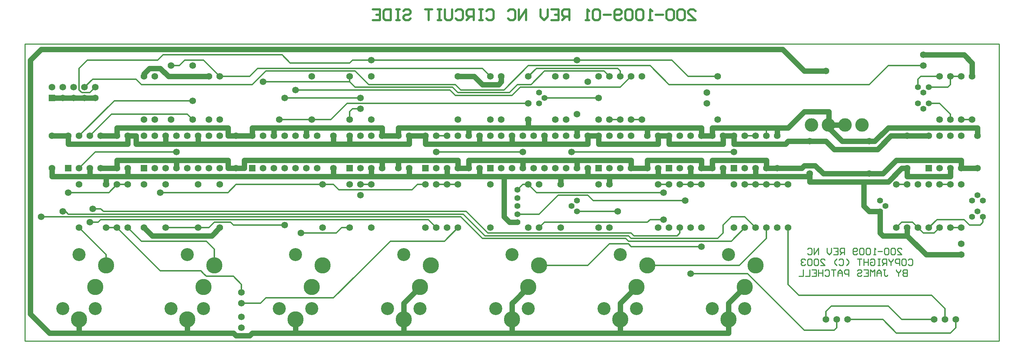
<source format=gbl>
*%FSLAX23Y23*%
*%MOIN*%
G01*
%ADD11C,0.007*%
%ADD12C,0.008*%
%ADD13C,0.010*%
%ADD14C,0.012*%
%ADD15C,0.020*%
%ADD16C,0.032*%
%ADD17C,0.036*%
%ADD18C,0.050*%
%ADD19C,0.052*%
%ADD20C,0.055*%
%ADD21C,0.056*%
%ADD22C,0.060*%
%ADD23C,0.061*%
%ADD24C,0.062*%
%ADD25C,0.066*%
%ADD26C,0.068*%
%ADD27C,0.070*%
%ADD28C,0.080*%
%ADD29C,0.090*%
%ADD30C,0.095*%
%ADD31C,0.115*%
%ADD32C,0.120*%
%ADD33C,0.125*%
%ADD34C,0.126*%
%ADD35C,0.131*%
%ADD36C,0.150*%
%ADD37C,0.156*%
%ADD38R,0.062X0.062*%
%ADD39R,0.068X0.068*%
D13*
X13835Y7280D02*
X13875D01*
X13835Y7320D01*
Y7330D01*
X13845Y7340D01*
X13865D01*
X13875Y7330D01*
X13815D02*
X13805Y7340D01*
X13785D01*
X13775Y7330D01*
Y7290D01*
X13785Y7280D01*
X13805D01*
X13815Y7290D01*
Y7330D01*
X13755D02*
X13745Y7340D01*
X13725D01*
X13715Y7330D01*
Y7290D01*
X13725Y7280D01*
X13745D01*
X13755Y7290D01*
Y7330D01*
X13695Y7310D02*
X13655D01*
X13635Y7280D02*
X13615D01*
X13625D01*
Y7340D01*
X13626D01*
X13625D02*
X13635Y7330D01*
X13585D02*
X13575Y7340D01*
X13555D01*
X13545Y7330D01*
Y7290D01*
X13555Y7280D01*
X13575D01*
X13585Y7290D01*
Y7330D01*
X13525D02*
X13515Y7340D01*
X13495D01*
X13485Y7330D01*
Y7290D01*
X13495Y7280D01*
X13515D01*
X13525Y7290D01*
Y7330D01*
X13465Y7290D02*
X13455Y7280D01*
X13435D01*
X13425Y7290D01*
Y7330D01*
X13435Y7340D01*
X13455D01*
X13465Y7330D01*
Y7320D01*
X13455Y7310D01*
X13425D01*
X13345Y7280D02*
Y7340D01*
X13315D01*
X13305Y7330D01*
Y7310D01*
X13315Y7300D01*
X13345D01*
X13325D02*
X13305Y7280D01*
X13285Y7340D02*
X13245D01*
X13285D02*
Y7280D01*
X13245D01*
X13265Y7310D02*
X13285D01*
X13225Y7300D02*
Y7340D01*
Y7300D02*
X13205Y7280D01*
X13185Y7300D01*
Y7340D01*
X13105D02*
Y7280D01*
X13065D02*
X13105Y7340D01*
X13065D02*
Y7280D01*
X13005Y7330D02*
X13015Y7340D01*
X13035D01*
X13045Y7330D01*
Y7290D01*
X13035Y7280D01*
X13015D01*
X13005Y7290D01*
X13925Y7140D02*
Y7080D01*
X13895D01*
X13885Y7090D01*
Y7100D01*
X13895Y7110D01*
X13925D01*
X13926D01*
X13925D02*
X13926D01*
X13925D02*
X13926D01*
X13925D02*
X13895D01*
X13885Y7120D01*
Y7130D01*
X13895Y7140D01*
X13925D01*
X13865D02*
Y7130D01*
X13845Y7110D01*
X13825Y7130D01*
Y7140D01*
X13845Y7110D02*
Y7080D01*
X13725Y7140D02*
X13705D01*
X13715D02*
X13725D01*
X13715D02*
Y7090D01*
X13725Y7080D01*
X13735D01*
X13745Y7090D01*
X13685Y7080D02*
Y7120D01*
X13665Y7140D01*
X13645Y7120D01*
Y7080D01*
Y7110D01*
X13685D01*
X13625Y7080D02*
Y7140D01*
X13605Y7120D01*
X13585Y7140D01*
Y7080D01*
X13565Y7140D02*
X13525D01*
X13565D02*
Y7080D01*
X13525D01*
X13545Y7110D02*
X13565D01*
X13475Y7140D02*
X13465Y7130D01*
X13475Y7140D02*
X13495D01*
X13505Y7130D01*
Y7120D01*
X13495Y7110D01*
X13475D01*
X13465Y7100D01*
Y7090D01*
X13475Y7080D01*
X13495D01*
X13505Y7090D01*
X13385Y7080D02*
Y7140D01*
X13355D01*
X13345Y7130D01*
Y7110D01*
X13355Y7100D01*
X13385D01*
X13325Y7080D02*
Y7120D01*
X13305Y7140D01*
X13285Y7120D01*
Y7080D01*
Y7110D01*
X13325D01*
X13265Y7140D02*
X13225D01*
X13245D01*
Y7080D01*
X13175Y7140D02*
X13165Y7130D01*
X13175Y7140D02*
X13195D01*
X13205Y7130D01*
Y7090D01*
X13195Y7080D01*
X13175D01*
X13165Y7090D01*
X13145Y7080D02*
Y7140D01*
Y7110D02*
Y7080D01*
Y7110D02*
X13105D01*
Y7140D01*
Y7080D01*
X13085Y7140D02*
X13045D01*
X13085D02*
Y7080D01*
X13045D01*
X13065Y7110D02*
X13085D01*
X13025Y7140D02*
Y7080D01*
X12985D01*
X12965D02*
Y7140D01*
Y7080D02*
X12925D01*
X13935Y7230D02*
X13945Y7240D01*
X13965D01*
X13975Y7230D01*
Y7190D01*
X13965Y7180D01*
X13945D01*
X13935Y7190D01*
X13905Y7240D02*
X13885D01*
X13905D02*
X13915Y7230D01*
Y7190D01*
X13905Y7180D01*
X13885D01*
X13875Y7190D01*
Y7230D01*
X13885Y7240D01*
X13855D02*
Y7180D01*
Y7240D02*
X13825D01*
X13815Y7230D01*
Y7210D01*
X13825Y7200D01*
X13855D01*
X13795Y7230D02*
Y7240D01*
Y7230D02*
X13775Y7210D01*
X13755Y7230D01*
Y7240D01*
X13775Y7210D02*
Y7180D01*
X13735D02*
Y7240D01*
X13705D01*
X13695Y7230D01*
Y7210D01*
X13705Y7200D01*
X13735D01*
X13715D02*
X13695Y7180D01*
X13675Y7240D02*
X13655D01*
X13665D01*
Y7180D01*
X13675D01*
X13655D01*
X13595Y7240D02*
X13585Y7230D01*
X13595Y7240D02*
X13615D01*
X13625Y7230D01*
Y7190D01*
X13615Y7180D01*
X13595D01*
X13585Y7190D01*
Y7210D01*
X13605D01*
X13565Y7240D02*
Y7180D01*
Y7210D01*
X13525D01*
Y7240D01*
Y7180D01*
X13505Y7240D02*
X13465D01*
X13485D01*
Y7180D01*
X13385Y7200D02*
X13365Y7180D01*
X13385Y7200D02*
Y7220D01*
X13365Y7240D01*
X13305D02*
X13295Y7230D01*
X13305Y7240D02*
X13325D01*
X13335Y7230D01*
Y7190D01*
X13325Y7180D01*
X13305D01*
X13295Y7190D01*
X13275Y7180D02*
X13255Y7200D01*
Y7220D01*
X13275Y7240D01*
X13165Y7180D02*
X13125D01*
X13165D02*
X13125Y7220D01*
Y7230D01*
X13135Y7240D01*
X13155D01*
X13165Y7230D01*
X13105D02*
X13095Y7240D01*
X13075D01*
X13065Y7230D01*
Y7190D01*
X13075Y7180D01*
X13095D01*
X13105Y7190D01*
Y7230D01*
X13045D02*
X13035Y7240D01*
X13015D01*
X13005Y7230D01*
Y7190D01*
X13015Y7180D01*
X13035D01*
X13045Y7190D01*
Y7230D01*
X12985D02*
X12975Y7240D01*
X12955D01*
X12945Y7230D01*
Y7220D01*
X12946D01*
X12945D02*
X12946D01*
X12945D02*
X12946D01*
X12945D02*
X12955Y7210D01*
X12965D01*
X12955D01*
X12945Y7200D01*
Y7190D01*
X12955Y7180D01*
X12975D01*
X12985Y7190D01*
X14775Y9230D02*
X5775D01*
Y6480D02*
X14775D01*
X5775D02*
Y9230D01*
X14775D02*
Y6480D01*
D14*
X9775Y7530D02*
X9650Y7405D01*
X8850Y7105D02*
X8625Y6880D01*
X8850Y7105D02*
X9150Y7405D01*
X6600Y8705D02*
X6275Y8380D01*
X14150Y6905D02*
X14275Y6780D01*
X12975Y6580D02*
X12450Y7105D01*
X10700Y7830D02*
X10525Y7655D01*
X8950Y8855D02*
X8825Y8980D01*
X8000D02*
X7875Y8855D01*
X10450D02*
X10575Y8980D01*
X10425Y9030D02*
X10200Y8805D01*
X11550Y9030D02*
X11725Y8855D01*
X13575D02*
X13750Y9030D01*
Y6805D02*
X13875Y6680D01*
X13825Y6555D02*
X13700Y6680D01*
X10050Y7480D02*
X9850Y7680D01*
X12300Y7405D02*
X12425Y7530D01*
X10025Y7455D02*
X9825Y7655D01*
X9800Y7630D02*
X10000Y7430D01*
X12375Y7180D02*
X12625Y7430D01*
X11175Y7380D02*
X10975Y7180D01*
X8725Y8655D02*
X8600Y8530D01*
X6575Y8580D02*
X6375Y8380D01*
X6425Y8230D02*
X6275Y8080D01*
X11750Y9080D02*
X11900Y8930D01*
X7025Y7130D02*
X6625Y7530D01*
X6725D02*
X6850Y7405D01*
X6525Y7280D02*
X6275Y7530D01*
X12975Y6580D02*
X13250D01*
X13825Y6555D02*
X14325D01*
X7950Y6830D02*
X7775D01*
X13875Y6680D02*
X14175D01*
X13750Y6805D02*
X13225D01*
X13375Y6680D02*
X13700D01*
X8625Y6880D02*
X8000D01*
X12925Y6905D02*
X14150D01*
X6275Y8805D02*
Y9005D01*
X6350Y9080D01*
X6275Y8805D02*
X6300Y8780D01*
X6325Y8830D02*
X6400Y8905D01*
X6150Y7680D02*
X6175Y7655D01*
X11925Y7105D02*
X12450D01*
X12375Y7180D02*
X11525D01*
X10975D02*
X10525D01*
X7700Y7080D02*
X7450D01*
X7400Y7130D02*
X7025D01*
X6525Y7180D02*
Y7280D01*
X6375Y8780D02*
X6425Y8830D01*
X6475Y7705D02*
X6500Y7680D01*
X6475Y7605D02*
X6450Y7580D01*
X9150Y7405D02*
X9650D01*
X11375Y7430D02*
X12175D01*
X12300Y7405D02*
X11350D01*
X11375Y7355D02*
X12025D01*
X11325Y7430D02*
X10000D01*
X11175Y7380D02*
X11350D01*
X7450Y7405D02*
X6850D01*
X6550Y7855D02*
X6625Y7930D01*
X8700Y7530D02*
X8775D01*
X8650Y7480D02*
X8325D01*
X7475Y7530D02*
X7375D01*
X7075D01*
X7525Y7580D02*
X7675D01*
X7700Y7555D02*
X8175D01*
X11550Y7605D02*
X11675D01*
X11525Y7580D02*
X10575D01*
X14500Y7555D02*
X14600D01*
X14450Y7605D02*
X14200D01*
X14175Y7480D02*
X14075D01*
X13975Y7580D02*
X13875D01*
X14325Y7530D02*
X14425D01*
X11375Y7480D02*
X10050D01*
X11400Y7455D02*
X11800D01*
X12300Y7630D02*
X12425D01*
X11350Y7455D02*
X10025D01*
X9500Y7605D02*
X6475D01*
X6450Y7580D02*
X6375D01*
X6075Y7630D02*
X5925D01*
X6075D02*
X9800D01*
X6625Y7530D02*
X6525D01*
X6850Y8855D02*
X6800Y8905D01*
X10875Y7680D02*
X11250D01*
X10525Y7655D02*
X10325D01*
X11025Y7780D02*
X11875D01*
X6475Y7705D02*
X6400D01*
X6500Y7680D02*
X9850D01*
X6150D02*
X6125D01*
X6175Y7655D02*
X9825D01*
X7050Y9130D02*
X7000Y9080D01*
X9675Y7930D02*
X9775D01*
X9675D02*
X9575D01*
X6725D02*
X6625D01*
X6550Y7855D02*
X6175D01*
X7725Y7930D02*
X8525D01*
X8625D01*
X7650Y7855D02*
X7025D01*
X10375Y7930D02*
X10425D01*
X10500Y7855D02*
X11675D01*
X10975Y7830D02*
X10700D01*
X13825Y7930D02*
X13925D01*
X14225D02*
X14325D01*
X11725D02*
X11625D01*
X11925D02*
X12025D01*
X11925D02*
X11825D01*
X12525D02*
X12625D01*
X12525D02*
X12425D01*
X12625D02*
X12725D01*
X12825D01*
X8975D02*
X8875D01*
X8800Y7880D02*
X8675D01*
X9400Y7930D02*
X9475D01*
X9350Y7880D02*
X8800D01*
X7325Y8530D02*
X7275Y8580D01*
X7200Y9030D02*
X7250Y9080D01*
X7525Y7580D02*
X7475Y7530D01*
X7525Y8980D02*
X7425Y9080D01*
Y7105D02*
X7450Y7080D01*
X7425Y7105D02*
X7400Y7130D01*
X7525Y7330D02*
X7450Y7405D01*
X12425Y8380D02*
X12430D01*
X12525D01*
X10375Y8230D02*
X9575D01*
X10825D02*
X12325D01*
X9675Y8380D02*
X9575D01*
X7175Y8230D02*
X6425D01*
X7525Y7330D02*
Y7180D01*
X7650Y7855D02*
X7725Y7930D01*
X7675Y7580D02*
X7700Y7555D01*
X7575Y8930D02*
X7525Y8980D01*
X7700Y7080D02*
X7775Y7005D01*
X11375Y8530D02*
X11475D01*
X14425D02*
X14525D01*
X8425D02*
X8125D01*
X8425D02*
X8600D01*
X11175D02*
X11275D01*
X7275Y8580D02*
X6575D01*
X7775Y7005D02*
Y6930D01*
X7850Y8930D02*
X7925Y9005D01*
X7325Y8705D02*
X6600D01*
X6375Y8780D02*
X6300D01*
X10575Y8730D02*
X11075D01*
X10250Y8780D02*
X9775D01*
X9800Y8805D02*
X10200D01*
X10275Y8755D02*
X9750D01*
X9700Y8805D02*
X8275D01*
X14125Y8680D02*
X14225D01*
X8875Y8730D02*
X8175D01*
X8750Y8680D02*
X10425D01*
X8875Y8630D02*
X8800D01*
X8000Y6880D02*
X7950Y6830D01*
X8825Y8830D02*
X9725D01*
X8775Y8880D02*
X7975D01*
X8950Y8855D02*
X9750D01*
X8825Y8980D02*
X8000D01*
X7875Y8855D02*
X6850D01*
X10325D02*
X10450D01*
X10575Y8980D02*
X11125D01*
X11725Y8855D02*
X13575D01*
X6800Y8905D02*
X6400D01*
X14050Y8930D02*
X14225D01*
X14325D02*
X14425D01*
X14300Y8830D02*
X14125D01*
X11275D02*
X10350D01*
X7850Y8930D02*
X7575D01*
X11900D02*
X12175D01*
X8225Y9055D02*
X8150Y9130D01*
X8800Y9080D02*
X8975D01*
X8775Y9055D02*
X8225D01*
X8150Y9130D02*
X7050D01*
X7000Y9080D02*
X6350D01*
X10500Y9005D02*
X11250D01*
X11550Y9030D02*
X10425D01*
X10875Y9080D02*
X8975D01*
X10875D02*
X11750D01*
X13750Y9030D02*
X14075D01*
X7200D02*
X7125D01*
X7250Y9080D02*
X7425D01*
X7925Y9005D02*
X10000D01*
X8700Y7530D02*
X8650Y7480D01*
X8675Y7880D02*
X8625Y7930D01*
X8775Y8880D02*
Y8930D01*
Y8605D02*
Y8530D01*
Y9055D02*
X8800Y9080D01*
X8775Y8880D02*
X8825Y8830D01*
X8750Y8680D02*
X8725Y8655D01*
X8775Y8605D02*
X8800Y8630D01*
X9400Y7930D02*
X9350Y7880D01*
X9500Y7605D02*
X9575Y7530D01*
X9775Y8780D02*
X9725Y8830D01*
X9750Y8855D02*
X9800Y8805D01*
X9750Y8755D02*
X9700Y8805D01*
X10000Y9005D02*
X10075Y8930D01*
X10250Y8780D02*
X10325Y8855D01*
X10425Y7930D02*
X10500Y7855D01*
X10375Y7930D02*
X10325Y7880D01*
X10425Y8930D02*
X10500Y9005D01*
X10350Y8830D02*
X10275Y8755D01*
X10575Y7580D02*
X10525Y7530D01*
X10975Y7830D02*
X11025Y7780D01*
X11175Y8930D02*
X11125Y8980D01*
X11275D02*
Y8930D01*
Y8980D02*
X11250Y9005D01*
X11375Y7480D02*
X11400Y7455D01*
X11375Y7430D02*
X11350Y7455D01*
X11325Y7430D02*
X11350Y7405D01*
Y7380D02*
X11375Y7355D01*
X11275Y8830D02*
X11375Y8930D01*
X11550Y7605D02*
X11525Y7580D01*
X11800Y7455D02*
X11825Y7480D01*
Y7530D01*
X12175Y7430D02*
X12225Y7480D01*
Y7555D01*
X12300Y7630D01*
X12425D02*
X12525Y7530D01*
X12625Y8380D02*
Y8455D01*
Y7530D02*
Y7430D01*
X12825Y7530D02*
Y7005D01*
X12925Y6905D01*
X13175Y6755D02*
Y6680D01*
Y6755D02*
X13225Y6805D01*
X13275Y6680D02*
Y6605D01*
X13250Y6580D01*
X13825Y7530D02*
X13875Y7580D01*
X14025Y8830D02*
Y8905D01*
X14050Y8930D01*
X14200Y7605D02*
X14125Y7530D01*
X14075Y7480D02*
X14025Y7530D01*
X13975Y7580D01*
X14275Y6780D02*
Y6680D01*
X14325Y8530D02*
Y8580D01*
Y8855D02*
Y8930D01*
X14225Y8680D02*
X14325Y8580D01*
X14225Y7530D02*
X14175Y7480D01*
X14375Y6605D02*
X14325Y6555D01*
X14300Y8830D02*
X14325Y8855D01*
X14375Y6680D02*
Y6605D01*
X14500Y7555D02*
X14450Y7605D01*
X14625Y7580D02*
Y7630D01*
Y7580D02*
X14600Y7555D01*
D15*
X11970Y9450D02*
X11903D01*
X11970D02*
X11903Y9517D01*
Y9533D01*
X11920Y9550D01*
X11953D01*
X11970Y9533D01*
X11870D02*
X11853Y9550D01*
X11820D01*
X11803Y9533D01*
Y9467D01*
X11820Y9450D01*
X11853D01*
X11870Y9467D01*
Y9533D01*
X11770D02*
X11753Y9550D01*
X11720D01*
X11703Y9533D01*
Y9467D01*
X11720Y9450D01*
X11753D01*
X11770Y9467D01*
Y9533D01*
X11670Y9500D02*
X11603D01*
X11570Y9450D02*
X11537D01*
X11553D01*
Y9550D01*
X11554D01*
X11553D02*
X11570Y9533D01*
X11487D02*
X11470Y9550D01*
X11437D01*
X11420Y9533D01*
Y9467D01*
X11437Y9450D01*
X11470D01*
X11487Y9467D01*
Y9533D01*
X11387D02*
X11370Y9550D01*
X11337D01*
X11320Y9533D01*
Y9467D01*
X11337Y9450D01*
X11370D01*
X11387Y9467D01*
Y9533D01*
X11287Y9467D02*
X11270Y9450D01*
X11237D01*
X11220Y9467D01*
Y9533D01*
X11237Y9550D01*
X11270D01*
X11287Y9533D01*
Y9517D01*
X11270Y9500D01*
X11220D01*
X11187D02*
X11120D01*
X11087Y9533D02*
X11070Y9550D01*
X11037D01*
X11020Y9533D01*
Y9467D01*
X11037Y9450D01*
X11070D01*
X11087Y9467D01*
Y9533D01*
X10987Y9450D02*
X10954D01*
X10970D01*
Y9550D01*
X10971D01*
X10970D02*
X10987Y9533D01*
X10804Y9550D02*
Y9450D01*
Y9550D02*
X10754D01*
X10737Y9533D01*
Y9500D01*
X10754Y9483D01*
X10804D01*
X10770D02*
X10737Y9450D01*
X10704Y9550D02*
X10637D01*
X10704D02*
Y9450D01*
X10637D01*
X10670Y9500D02*
X10704D01*
X10604Y9483D02*
Y9550D01*
Y9483D02*
X10570Y9450D01*
X10537Y9483D01*
Y9550D01*
X10404D02*
Y9450D01*
X10337D02*
X10404Y9550D01*
X10337D02*
Y9450D01*
X10237Y9533D02*
X10254Y9550D01*
X10287D01*
X10304Y9533D01*
Y9467D01*
X10287Y9450D01*
X10254D01*
X10237Y9467D01*
X10054Y9550D02*
X10037Y9533D01*
X10054Y9550D02*
X10087D01*
X10104Y9533D01*
Y9467D01*
X10087Y9450D01*
X10054D01*
X10037Y9467D01*
X10004Y9550D02*
X9971D01*
X9987D01*
Y9450D01*
X10004D01*
X9971D01*
X9921D02*
Y9550D01*
X9871D01*
X9854Y9533D01*
Y9500D01*
X9871Y9483D01*
X9921D01*
X9887D02*
X9854Y9450D01*
X9754Y9533D02*
X9771Y9550D01*
X9804D01*
X9821Y9533D01*
Y9467D01*
X9804Y9450D01*
X9771D01*
X9754Y9467D01*
X9721D02*
Y9550D01*
Y9467D02*
X9704Y9450D01*
X9671D01*
X9654Y9467D01*
Y9550D01*
X9621D02*
X9587D01*
X9604D01*
Y9450D01*
X9621D01*
X9587D01*
X9537Y9550D02*
X9471D01*
X9504D01*
Y9450D01*
X9288Y9550D02*
X9271Y9533D01*
X9288Y9550D02*
X9321D01*
X9338Y9533D01*
Y9517D01*
X9321Y9500D01*
X9288D01*
X9271Y9483D01*
Y9467D01*
X9288Y9450D01*
X9321D01*
X9338Y9467D01*
X9238Y9550D02*
X9204D01*
X9221D01*
Y9450D01*
X9238D01*
X9204D01*
X9154D02*
Y9550D01*
Y9450D02*
X9104D01*
X9088Y9467D01*
Y9533D01*
X9104Y9550D01*
X9154D01*
X9054D02*
X8988D01*
X9054D02*
Y9450D01*
X8988D01*
X9021Y9500D02*
X9054D01*
D18*
X13525Y7730D02*
X13575Y7680D01*
X12975Y8980D02*
X12775Y9180D01*
X5925D02*
X5825Y9080D01*
Y6730D02*
X6000Y6555D01*
X10200Y7630D02*
X10250Y7580D01*
X7100Y8930D02*
X7025Y9005D01*
X13925Y7455D02*
X14100Y7280D01*
X13700Y7455D02*
X13675Y7480D01*
X14525Y9055D02*
X14450Y9130D01*
X6925Y9005D02*
X6875Y8955D01*
X10150Y8855D02*
X10175Y8880D01*
X10000Y8855D02*
X9925Y8930D01*
X6950Y7455D02*
X6875Y7530D01*
X7500Y7455D02*
X7575Y7530D01*
X11275Y6830D02*
X11425Y6980D01*
X12275Y6830D02*
X12425Y6980D01*
X10425D02*
X10300Y6855D01*
X10275Y6830D01*
X9425Y6980D02*
X9275Y6830D01*
X7725Y6530D02*
X7700Y6555D01*
X7850Y6530D02*
X7875Y6555D01*
X13750Y7955D02*
X13875Y8080D01*
X13625Y8330D02*
X13750Y8455D01*
X13200D02*
X13197Y8480D01*
X13200Y8455D02*
X13325Y8330D01*
X12975Y8605D02*
X12825Y8455D01*
X13175Y8330D02*
X13250Y8255D01*
X13650D02*
X13775Y8380D01*
X13825Y8155D02*
X13700Y8030D01*
X13150D02*
X13075Y8105D01*
X12975D02*
X12950Y8080D01*
X12800Y8305D02*
X12825Y8330D01*
X6275Y6555D02*
X6000D01*
X12250D02*
X12275D01*
X12250D02*
X11275D01*
X10275D01*
X9275D01*
X8275D01*
X7700D02*
X7275D01*
X7725Y6530D02*
X7850D01*
X7875Y6555D02*
X8275D01*
X7275D02*
X6275D01*
X5825Y6730D02*
Y9080D01*
X6025Y8080D02*
Y8005D01*
X6275Y6680D02*
Y6555D01*
X6175Y8305D02*
Y8380D01*
X6525Y8005D02*
Y7930D01*
X6375Y8005D02*
Y8080D01*
X14100Y7280D02*
X14425D01*
X6725Y8005D02*
Y8080D01*
X6625Y8380D02*
Y8455D01*
Y8155D02*
Y8080D01*
X6725Y8305D02*
Y8380D01*
X10250Y7580D02*
X10325D01*
X13700Y7455D02*
X13925D01*
X7500D02*
X6950D01*
X6875Y8930D02*
Y8955D01*
X6800Y8380D02*
Y8305D01*
X13575Y7680D02*
X13675D01*
X7075Y8305D02*
Y8380D01*
X11175Y8005D02*
X11625D01*
X11175D02*
X10975D01*
X10725D01*
X9975D01*
X9675D01*
X9325D01*
X8975D01*
X8625D01*
X6725D01*
X6525D01*
X6375D01*
X6025D01*
X11625D02*
X11925D01*
X12225D01*
X12525D01*
X13025D01*
Y7955D02*
X13750D01*
X13925Y8005D02*
X14325D01*
X7275Y6680D02*
Y6555D01*
X7175Y8080D02*
Y8155D01*
X13875Y8080D02*
X13925D01*
X14425D02*
X14575D01*
X13700Y8030D02*
X13575D01*
X13150D01*
X13825Y8155D02*
X14425D01*
X12950Y8080D02*
X12725D01*
X12625D01*
X12975Y8105D02*
X13075D01*
X12125Y8080D02*
X12025D01*
X12125Y8155D02*
X12625D01*
X11525Y8080D02*
X11375D01*
X11525Y8155D02*
X12025D01*
X11375D02*
X10875D01*
X10375D01*
X9875Y8080D02*
X9775D01*
X9875Y8155D02*
X10375D01*
X9775D02*
X9225D01*
X7800Y8080D02*
X7725D01*
X7650D01*
X9150Y8155D02*
X9225D01*
X9150D02*
X7800D01*
X7650D02*
X7175D01*
X6625Y8080D02*
X6475D01*
X6625Y8155D02*
X7175D01*
X7375Y8305D02*
Y8380D01*
X12025D02*
X12125D01*
X13575Y8330D02*
X13625D01*
X13575D02*
X13325D01*
X9225Y8380D02*
X9075D01*
X7875D02*
X7725D01*
X7650D01*
X6625D02*
X6475D01*
X13775D02*
X13925D01*
X14125D01*
X13175Y8330D02*
X13025D01*
X12825D01*
X13250Y8255D02*
X13650D01*
X6175Y8380D02*
X6125D01*
X6025D01*
X6725D02*
X6800D01*
X6725Y8305D02*
X6175D01*
X6800D02*
X7075D01*
X7375D01*
X8625D01*
X9325Y8380D02*
X9475D01*
X9325Y8305D02*
X8625D01*
X9475D02*
X9975D01*
X10275D01*
X10575D01*
X10975Y8380D02*
X11075D01*
X10975Y8305D02*
X10575D01*
X11625Y8380D02*
X11725D01*
X11625Y8305D02*
X11075D01*
X12225Y8380D02*
X12325D01*
X12225Y8305D02*
X11725D01*
X12325D02*
X12800D01*
X7650Y8380D02*
Y8455D01*
Y8155D02*
Y8080D01*
X13750Y8455D02*
X14575D01*
X13200Y8480D02*
X13197D01*
X13350D01*
X13353D01*
X13200Y8605D02*
X12975D01*
X12825Y8455D02*
X12725D01*
X12125D01*
X12025D02*
X11525D01*
X10875D01*
X10425D01*
X9875D01*
X9225D01*
X9075D02*
X8375D01*
X8075D01*
X7875D01*
X7650D02*
X6625D01*
X7875D02*
Y8380D01*
X7800Y8155D02*
Y8080D01*
X6225Y8730D02*
X6125D01*
X6025D01*
X6225D02*
X6325D01*
X6425D01*
X8075Y8455D02*
Y8380D01*
X12975Y8980D02*
X13175D01*
X7475Y8930D02*
X7100D01*
X9775D02*
X9925D01*
X10000Y8855D02*
X10150D01*
X8275Y6680D02*
Y6555D01*
X5925Y9180D02*
X12775D01*
X14075Y9130D02*
X14450D01*
X7025Y9005D02*
X6925D01*
X8375Y8455D02*
Y8380D01*
X8625Y8080D02*
Y8005D01*
Y8305D02*
Y8380D01*
X8775D02*
Y8305D01*
X9075Y8155D02*
Y8080D01*
X8975D02*
Y8005D01*
X9075Y8380D02*
Y8455D01*
X9275Y6830D02*
Y6680D01*
Y6555D01*
X9225Y8380D02*
Y8455D01*
Y8155D02*
Y8080D01*
X9325D02*
Y8005D01*
Y8305D02*
Y8380D01*
X9475D02*
Y8305D01*
X9675Y8080D02*
Y8005D01*
X9775Y8080D02*
Y8155D01*
X9975Y8080D02*
Y8005D01*
X9875Y8380D02*
Y8455D01*
Y8155D02*
Y8080D01*
X9975Y8305D02*
Y8380D01*
X10200Y8005D02*
Y7630D01*
X10175Y8880D02*
Y8930D01*
X10275Y6830D02*
Y6680D01*
Y6555D01*
X10425Y8455D02*
Y8530D01*
X10375Y8155D02*
Y8080D01*
X10275Y8305D02*
Y8380D01*
X10575D02*
Y8305D01*
X10725Y8005D02*
Y7930D01*
X10975Y8005D02*
Y8080D01*
X10875Y8380D02*
Y8455D01*
Y8155D02*
Y8080D01*
X10975Y8305D02*
Y8380D01*
X11175Y8005D02*
Y7930D01*
X11075Y8305D02*
Y8380D01*
X11275Y6830D02*
Y6680D01*
Y6555D01*
X11375Y8080D02*
Y8155D01*
X11525Y8380D02*
Y8455D01*
Y8155D02*
Y8080D01*
X11625D02*
Y8005D01*
Y8305D02*
Y8380D01*
X11725D02*
Y8305D01*
X11925Y8080D02*
Y8005D01*
X12025Y8380D02*
Y8455D01*
X12125D02*
Y8380D01*
Y8155D02*
Y8080D01*
X12025D02*
Y8155D01*
X12275Y6830D02*
Y6680D01*
Y6555D01*
X12225Y8005D02*
Y8080D01*
Y8305D02*
Y8380D01*
X12325D02*
Y8305D01*
X12525Y8080D02*
Y8005D01*
X12725Y8380D02*
Y8455D01*
X12625Y8155D02*
Y8080D01*
X13025Y8030D02*
Y8005D01*
Y8030D02*
Y7955D01*
X13200Y8480D02*
Y8605D01*
X13525Y7955D02*
Y7730D01*
X13675Y7680D02*
Y7480D01*
X13925Y7455D02*
Y7530D01*
Y8005D02*
Y8080D01*
X14325D02*
Y8005D01*
X14525Y8930D02*
Y9055D01*
X14425Y8155D02*
Y8080D01*
X14575Y8380D02*
Y8455D01*
D20*
X14625Y7630D02*
D03*
X14525D02*
D03*
X14575Y7680D02*
D03*
X14625Y7780D02*
D03*
X14525D02*
D03*
X14575Y7830D02*
D03*
X14025Y8830D02*
D03*
X14125D02*
D03*
X14075Y8780D02*
D03*
X14025Y8680D02*
D03*
X14125D02*
D03*
X14075Y8630D02*
D03*
X13675Y7780D02*
D03*
X13725Y7730D02*
D03*
X13675Y7680D02*
D03*
X10525Y8680D02*
D03*
Y8780D02*
D03*
X10575Y8730D02*
D03*
X10325Y7880D02*
D03*
Y7730D02*
D03*
Y7655D02*
D03*
Y7580D02*
D03*
Y7805D02*
D03*
X10875Y7780D02*
D03*
Y7680D02*
D03*
X10825Y7730D02*
D03*
D24*
X13175Y8980D02*
D03*
X12325Y8230D02*
D03*
X12025Y7355D02*
D03*
X11925Y7105D02*
D03*
X11875Y7780D02*
D03*
X11675Y7605D02*
D03*
Y7855D02*
D03*
X11250Y7680D02*
D03*
X11075Y8730D02*
D03*
X10825Y8230D02*
D03*
X10425Y8680D02*
D03*
X10375Y8230D02*
D03*
X9575D02*
D03*
X8975Y9080D02*
D03*
X8325Y7480D02*
D03*
X8275Y8805D02*
D03*
X8175Y8730D02*
D03*
X8125Y8530D02*
D03*
X8175Y7555D02*
D03*
X7975Y8880D02*
D03*
X7325Y8705D02*
D03*
X7175Y8230D02*
D03*
X7025Y7855D02*
D03*
X6400Y7705D02*
D03*
X6375Y7580D02*
D03*
X6175Y7855D02*
D03*
X6125Y7680D02*
D03*
X5925Y7630D02*
D03*
X14225Y8530D02*
D03*
Y8930D02*
D03*
X14325Y8530D02*
D03*
Y8930D02*
D03*
X14425Y8530D02*
D03*
Y8930D02*
D03*
X14525Y8530D02*
D03*
Y8930D02*
D03*
X14425Y7280D02*
D03*
Y7380D02*
D03*
X14225Y7530D02*
D03*
Y7930D02*
D03*
X14325D02*
D03*
Y7530D02*
D03*
X14425D02*
D03*
Y7930D02*
D03*
X14575Y8080D02*
D03*
Y8380D02*
D03*
X14375Y6680D02*
D03*
X14175D02*
D03*
X14275D02*
D03*
X14075Y9030D02*
D03*
Y9130D02*
D03*
X12725Y8380D02*
D03*
Y8080D02*
D03*
X13575Y8030D02*
D03*
Y8330D02*
D03*
X13025D02*
D03*
Y8030D02*
D03*
X13925Y8380D02*
D03*
Y8080D02*
D03*
X14025Y7930D02*
D03*
Y7530D02*
D03*
X13825D02*
D03*
Y7930D02*
D03*
X13925D02*
D03*
Y7530D02*
D03*
X14125Y7930D02*
D03*
Y7530D02*
D03*
X14225Y8080D02*
D03*
X14325D02*
D03*
X14425D02*
D03*
Y8380D02*
D03*
X14325D02*
D03*
X14225D02*
D03*
X14125D02*
D03*
X12825Y7530D02*
D03*
Y7930D02*
D03*
X12625Y7530D02*
D03*
Y7930D02*
D03*
X12725Y7530D02*
D03*
Y7930D02*
D03*
X13375Y6680D02*
D03*
X13175D02*
D03*
X13275D02*
D03*
X12075Y8680D02*
D03*
Y8780D02*
D03*
X12175Y8930D02*
D03*
Y8530D02*
D03*
X11175Y8930D02*
D03*
Y8530D02*
D03*
X11375D02*
D03*
Y8930D02*
D03*
X11825Y7530D02*
D03*
Y7930D02*
D03*
X12225Y8080D02*
D03*
Y8380D02*
D03*
X11175Y8080D02*
D03*
X11275D02*
D03*
X11375D02*
D03*
Y8380D02*
D03*
X11275D02*
D03*
X11175D02*
D03*
X11075D02*
D03*
X11175Y7530D02*
D03*
Y7930D02*
D03*
X11075D02*
D03*
Y7530D02*
D03*
Y8530D02*
D03*
Y8930D02*
D03*
X11275Y8530D02*
D03*
Y8930D02*
D03*
X11475D02*
D03*
Y8530D02*
D03*
X11525Y8080D02*
D03*
Y8380D02*
D03*
X11625D02*
D03*
Y8080D02*
D03*
X11825D02*
D03*
X11925D02*
D03*
X12025D02*
D03*
Y8380D02*
D03*
X11925D02*
D03*
X11825D02*
D03*
X11725D02*
D03*
X12125Y8080D02*
D03*
Y8380D02*
D03*
X12525Y8080D02*
D03*
X12625D02*
D03*
Y8380D02*
D03*
X12525D02*
D03*
X12425D02*
D03*
X12325D02*
D03*
X12425Y8080D02*
D03*
X11625Y7930D02*
D03*
Y7530D02*
D03*
X11725D02*
D03*
Y7930D02*
D03*
X11925Y7530D02*
D03*
Y7930D02*
D03*
X12025Y7530D02*
D03*
Y7930D02*
D03*
X12325Y7530D02*
D03*
Y7930D02*
D03*
X12525Y7530D02*
D03*
Y7930D02*
D03*
X12425Y7530D02*
D03*
Y7930D02*
D03*
X10175Y8930D02*
D03*
Y8530D02*
D03*
X10425Y8930D02*
D03*
Y8530D02*
D03*
X10675Y8930D02*
D03*
Y8530D02*
D03*
X10775Y8930D02*
D03*
Y8530D02*
D03*
X10875Y9080D02*
D03*
Y8580D02*
D03*
X10975Y8880D02*
D03*
X9575Y8080D02*
D03*
X9675D02*
D03*
X9775D02*
D03*
Y8380D02*
D03*
X9675D02*
D03*
X9575D02*
D03*
X9475D02*
D03*
X9775Y8530D02*
D03*
Y8930D02*
D03*
X9475Y7530D02*
D03*
Y7930D02*
D03*
X9575D02*
D03*
Y7530D02*
D03*
X9675D02*
D03*
Y7930D02*
D03*
X9775D02*
D03*
Y7530D02*
D03*
X9875Y8080D02*
D03*
Y8380D02*
D03*
X9975D02*
D03*
Y8080D02*
D03*
X10175D02*
D03*
X10275D02*
D03*
X10375D02*
D03*
X10475D02*
D03*
X10575D02*
D03*
X10675D02*
D03*
X10775D02*
D03*
Y8380D02*
D03*
X10675D02*
D03*
X10575D02*
D03*
X10475D02*
D03*
X10375D02*
D03*
X10275D02*
D03*
X10175D02*
D03*
X10075D02*
D03*
Y8530D02*
D03*
Y8930D02*
D03*
Y7530D02*
D03*
Y7930D02*
D03*
X10425D02*
D03*
Y7530D02*
D03*
X10525Y7930D02*
D03*
Y7530D02*
D03*
X10725D02*
D03*
Y7930D02*
D03*
X10875Y8080D02*
D03*
Y8380D02*
D03*
X10975D02*
D03*
Y8080D02*
D03*
X8875Y8630D02*
D03*
Y8730D02*
D03*
X8975Y8930D02*
D03*
Y8530D02*
D03*
X8425Y8930D02*
D03*
Y8530D02*
D03*
X8775Y8930D02*
D03*
Y8530D02*
D03*
X8875Y8080D02*
D03*
X8975D02*
D03*
X9075D02*
D03*
Y8380D02*
D03*
X8975D02*
D03*
X8875D02*
D03*
X8775D02*
D03*
X8525Y7930D02*
D03*
Y7530D02*
D03*
X8775Y7930D02*
D03*
Y7530D02*
D03*
X8875Y7830D02*
D03*
Y7930D02*
D03*
X8975D02*
D03*
Y7530D02*
D03*
X9325Y8380D02*
D03*
Y8080D02*
D03*
X8625Y8380D02*
D03*
Y8080D02*
D03*
X9225D02*
D03*
Y8380D02*
D03*
X7475Y8930D02*
D03*
Y8530D02*
D03*
X6975Y8930D02*
D03*
Y8530D02*
D03*
X6875Y8930D02*
D03*
Y8530D02*
D03*
X7575Y8930D02*
D03*
Y8530D02*
D03*
X8075Y8080D02*
D03*
X8175D02*
D03*
X8275D02*
D03*
X8375D02*
D03*
X8475D02*
D03*
Y8380D02*
D03*
X8375D02*
D03*
X8275D02*
D03*
X8175D02*
D03*
X8075D02*
D03*
X7975D02*
D03*
X7875D02*
D03*
X7975Y8080D02*
D03*
X7725D02*
D03*
Y8380D02*
D03*
X6725D02*
D03*
Y8080D02*
D03*
X6625D02*
D03*
Y8380D02*
D03*
X7325Y8530D02*
D03*
Y9030D02*
D03*
X7125Y8530D02*
D03*
Y9030D02*
D03*
X6975Y8080D02*
D03*
X7075D02*
D03*
X7175D02*
D03*
X7275D02*
D03*
X7375D02*
D03*
X7475D02*
D03*
X7575D02*
D03*
Y8380D02*
D03*
X7475D02*
D03*
X7375D02*
D03*
X7275D02*
D03*
X7175D02*
D03*
X7075D02*
D03*
X6975D02*
D03*
X6875D02*
D03*
X6725Y7930D02*
D03*
Y7530D02*
D03*
X6875Y7930D02*
D03*
Y7530D02*
D03*
X7075Y7930D02*
D03*
Y7530D02*
D03*
X7575Y7930D02*
D03*
Y7530D02*
D03*
X7375Y7930D02*
D03*
Y7530D02*
D03*
X6625D02*
D03*
Y7930D02*
D03*
X6525D02*
D03*
Y7530D02*
D03*
X7775Y6830D02*
D03*
Y6930D02*
D03*
Y6605D02*
D03*
Y6705D02*
D03*
X6425Y8830D02*
D03*
Y8730D02*
D03*
X6325Y8830D02*
D03*
Y8730D02*
D03*
X6225Y8830D02*
D03*
Y8730D02*
D03*
X6125Y8830D02*
D03*
Y8730D02*
D03*
X6025Y8830D02*
D03*
X6275Y7930D02*
D03*
Y7530D02*
D03*
Y8080D02*
D03*
X6375D02*
D03*
X6475D02*
D03*
Y8380D02*
D03*
X6375D02*
D03*
X6275D02*
D03*
X6175D02*
D03*
X6025D02*
D03*
Y8080D02*
D03*
D32*
X12125Y6780D02*
D03*
X12425D02*
D03*
X12275Y7280D02*
D03*
X11125Y6780D02*
D03*
X11425D02*
D03*
X11275Y7280D02*
D03*
X10125Y6780D02*
D03*
X10425D02*
D03*
X10275Y7280D02*
D03*
X8125Y6780D02*
D03*
X8425D02*
D03*
X8275Y7280D02*
D03*
X9125Y6780D02*
D03*
X9425D02*
D03*
X9275Y7280D02*
D03*
X7125Y6780D02*
D03*
X7425D02*
D03*
X7275Y7280D02*
D03*
X6125Y6780D02*
D03*
X6425D02*
D03*
X6275Y7280D02*
D03*
D33*
X13197Y8480D02*
D03*
X13509D02*
D03*
X13041D02*
D03*
X13353D02*
D03*
D36*
X12525Y7180D02*
D03*
X12425Y6980D02*
D03*
X12275Y6680D02*
D03*
X11525Y7180D02*
D03*
X11425Y6980D02*
D03*
X11275Y6680D02*
D03*
X10525Y7180D02*
D03*
X10425Y6980D02*
D03*
X10275Y6680D02*
D03*
X8525Y7180D02*
D03*
X8425Y6980D02*
D03*
X8275Y6680D02*
D03*
X9525Y7180D02*
D03*
X9425Y6980D02*
D03*
X9275Y6680D02*
D03*
X7525Y7180D02*
D03*
X7425Y6980D02*
D03*
X7275Y6680D02*
D03*
X6525Y7180D02*
D03*
X6425Y6980D02*
D03*
X6275Y6680D02*
D03*
D38*
X14125Y8080D02*
D03*
X11075D02*
D03*
X11725D02*
D03*
X12325D02*
D03*
X9475D02*
D03*
X10075D02*
D03*
X8775D02*
D03*
X7875D02*
D03*
X6875D02*
D03*
X6025Y8730D02*
D03*
X6175Y8080D02*
D03*
M02*

</source>
